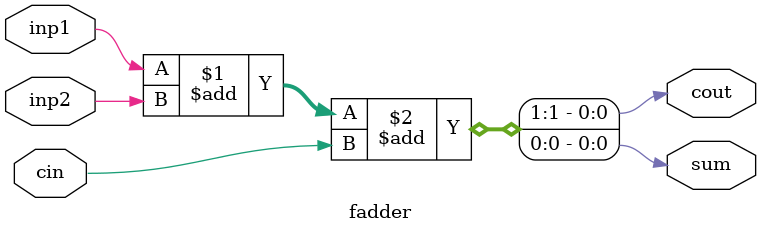
<source format=v>
module fadder (sum, cout, inp1, inp2, cin);
	output sum, cout;
	input inp1, inp2, cin;

	assign {cout, sum} = inp1 + inp2 + cin;
endmodule

/*
module tb_fadder;
	wire sum, cout;
	reg inp1, inp2, cin;
	
	fadder fl (sum, cout, inp1, inp2, cin);
	
	initial
		$monitor(, $time," inp1 = %b, inp2 =%b, cin = %b, sum = %b, cout = %b",
			inp1, inp2, cin, sum, cout);	
	initial
		begin
			#0 inp1 =1'b0;inp2 =1'b0;cin =1'b0;
			#4 inp1 =1'b1;inp2 =1'b0;cin =1'b0;
			#4 inp1 =1'b0;inp2 =1'b1;cin =1'b0;
			#4 inp1 =1'b1;inp2 =1'b1;cin =1'b0;
			#4 inp1 =1'b0;inp2 =1'b0;cin =1'b1;
			#4 inp1 =1'b1;inp2 =1'b0;cin =1'b1;
			#4 inp1 =1'b0;inp2 =1'b1;cin =1'b1;
			#4 inp1 =1'b1;inp2 =1'b1;cin =1'b1;
		end
endmodule
*/
</source>
